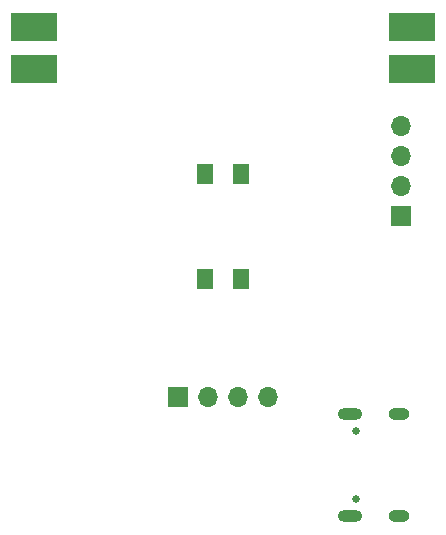
<source format=gbs>
%TF.GenerationSoftware,KiCad,Pcbnew,7.0.1-3b83917a11~172~ubuntu22.04.1*%
%TF.CreationDate,2023-04-18T10:01:55+02:00*%
%TF.ProjectId,part2,70617274-322e-46b6-9963-61645f706362,rev?*%
%TF.SameCoordinates,Original*%
%TF.FileFunction,Soldermask,Bot*%
%TF.FilePolarity,Negative*%
%FSLAX46Y46*%
G04 Gerber Fmt 4.6, Leading zero omitted, Abs format (unit mm)*
G04 Created by KiCad (PCBNEW 7.0.1-3b83917a11~172~ubuntu22.04.1) date 2023-04-18 10:01:55*
%MOMM*%
%LPD*%
G01*
G04 APERTURE LIST*
G04 Aperture macros list*
%AMRoundRect*
0 Rectangle with rounded corners*
0 $1 Rounding radius*
0 $2 $3 $4 $5 $6 $7 $8 $9 X,Y pos of 4 corners*
0 Add a 4 corners polygon primitive as box body*
4,1,4,$2,$3,$4,$5,$6,$7,$8,$9,$2,$3,0*
0 Add four circle primitives for the rounded corners*
1,1,$1+$1,$2,$3*
1,1,$1+$1,$4,$5*
1,1,$1+$1,$6,$7*
1,1,$1+$1,$8,$9*
0 Add four rect primitives between the rounded corners*
20,1,$1+$1,$2,$3,$4,$5,0*
20,1,$1+$1,$4,$5,$6,$7,0*
20,1,$1+$1,$6,$7,$8,$9,0*
20,1,$1+$1,$8,$9,$2,$3,0*%
G04 Aperture macros list end*
%ADD10R,4.000000X2.400000*%
%ADD11R,1.700000X1.700000*%
%ADD12O,1.700000X1.700000*%
%ADD13RoundRect,0.250001X0.462499X0.624999X-0.462499X0.624999X-0.462499X-0.624999X0.462499X-0.624999X0*%
%ADD14C,0.650000*%
%ADD15O,2.100000X1.000000*%
%ADD16O,1.800000X1.000000*%
G04 APERTURE END LIST*
D10*
%TO.C,J5*%
X158775500Y-79410000D03*
X158775500Y-83010000D03*
%TD*%
D11*
%TO.C,J4*%
X138975500Y-110742000D03*
D12*
X141515500Y-110742000D03*
X144055500Y-110742000D03*
X146595500Y-110742000D03*
%TD*%
D11*
%TO.C,J3*%
X157802000Y-95446000D03*
D12*
X157802000Y-92906000D03*
X157802000Y-90366000D03*
X157802000Y-87826000D03*
%TD*%
D13*
%TO.C,D1*%
X144240500Y-91890000D03*
X141265500Y-91890000D03*
%TD*%
D10*
%TO.C,J9*%
X126775500Y-79410000D03*
X126775500Y-83010000D03*
%TD*%
D13*
%TO.C,D2*%
X144240500Y-100780000D03*
X141265500Y-100780000D03*
%TD*%
D14*
%TO.C,J1*%
X154015500Y-119416000D03*
X154015500Y-113636000D03*
D15*
X153515500Y-120846000D03*
D16*
X157695500Y-120846000D03*
D15*
X153515500Y-112206000D03*
D16*
X157695500Y-112206000D03*
%TD*%
M02*

</source>
